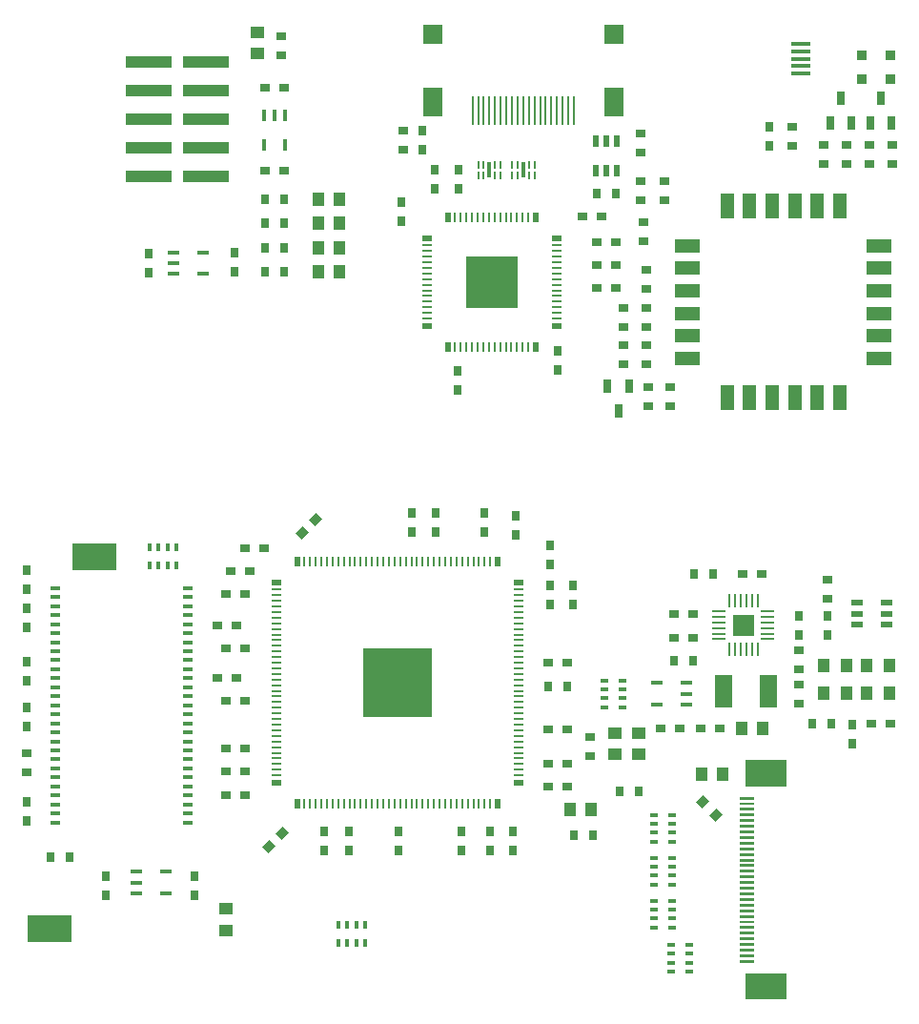
<source format=gbr>
%TF.GenerationSoftware,KiCad,Pcbnew,(6.0.7)*%
%TF.CreationDate,2022-11-06T11:06:38+01:00*%
%TF.ProjectId,n64adv2,6e363461-6476-4322-9e6b-696361645f70,20220729(b)*%
%TF.SameCoordinates,Original*%
%TF.FileFunction,Paste,Top*%
%TF.FilePolarity,Positive*%
%FSLAX46Y46*%
G04 Gerber Fmt 4.6, Leading zero omitted, Abs format (unit mm)*
G04 Created by KiCad (PCBNEW (6.0.7)) date 2022-11-06 11:06:38*
%MOMM*%
%LPD*%
G01*
G04 APERTURE LIST*
G04 Aperture macros list*
%AMRotRect*
0 Rectangle, with rotation*
0 The origin of the aperture is its center*
0 $1 length*
0 $2 width*
0 $3 Rotation angle, in degrees counterclockwise*
0 Add horizontal line*
21,1,$1,$2,0,0,$3*%
G04 Aperture macros list end*
%ADD10R,1.720000X0.320000*%
%ADD11R,0.800000X0.400000*%
%ADD12R,1.080000X1.280000*%
%ADD13R,0.440000X1.090000*%
%ADD14R,0.800000X0.900000*%
%ADD15R,0.900000X0.800000*%
%ADD16R,0.980000X0.480000*%
%ADD17R,0.800000X1.200000*%
%ADD18R,4.150000X1.000000*%
%ADD19R,1.600000X2.900000*%
%ADD20R,0.880000X0.480000*%
%ADD21R,0.940000X0.240000*%
%ADD22R,0.480000X0.880000*%
%ADD23R,0.240000X0.940000*%
%ADD24R,4.692000X4.692000*%
%ADD25R,1.040000X1.240000*%
%ADD26R,0.160000X0.635000*%
%ADD27R,0.320000X1.470000*%
%ADD28RotRect,0.800000X0.900000X135.000000*%
%ADD29R,3.992000X2.492000*%
%ADD30R,0.960000X0.960000*%
%ADD31R,1.090000X0.440000*%
%ADD32R,0.220000X2.540000*%
%ADD33R,1.700000X2.600000*%
%ADD34R,1.700000X1.800000*%
%ADD35R,1.240000X1.040000*%
%ADD36R,1.960000X1.960000*%
%ADD37R,0.200000X1.150000*%
%ADD38R,1.150000X0.200000*%
%ADD39RotRect,0.900000X0.800000X45.000000*%
%ADD40R,6.192000X6.192000*%
%ADD41R,0.400000X0.800000*%
%ADD42R,0.810000X0.360000*%
%ADD43R,1.200000X2.200000*%
%ADD44R,2.200000X1.200000*%
%ADD45R,0.480000X0.980000*%
%ADD46RotRect,0.900000X0.800000X225.000000*%
G04 APERTURE END LIST*
%TO.C,X1*%
G36*
X174705100Y-138398600D02*
G01*
X173455100Y-138398600D01*
X173455100Y-138148600D01*
X174705100Y-138148600D01*
X174705100Y-138398600D01*
G37*
G36*
X174705100Y-143898600D02*
G01*
X173455100Y-143898600D01*
X173455100Y-143648600D01*
X174705100Y-143648600D01*
X174705100Y-143898600D01*
G37*
G36*
X174705100Y-140898600D02*
G01*
X173455100Y-140898600D01*
X173455100Y-140648600D01*
X174705100Y-140648600D01*
X174705100Y-140898600D01*
G37*
G36*
X174705100Y-137398600D02*
G01*
X173455100Y-137398600D01*
X173455100Y-137148600D01*
X174705100Y-137148600D01*
X174705100Y-137398600D01*
G37*
G36*
X174705100Y-143398600D02*
G01*
X173455100Y-143398600D01*
X173455100Y-143148600D01*
X174705100Y-143148600D01*
X174705100Y-143398600D01*
G37*
G36*
X174705100Y-131898600D02*
G01*
X173455100Y-131898600D01*
X173455100Y-131648600D01*
X174705100Y-131648600D01*
X174705100Y-131898600D01*
G37*
G36*
X174705100Y-136898600D02*
G01*
X173455100Y-136898600D01*
X173455100Y-136648600D01*
X174705100Y-136648600D01*
X174705100Y-136898600D01*
G37*
G36*
X174705100Y-130898600D02*
G01*
X173455100Y-130898600D01*
X173455100Y-130648600D01*
X174705100Y-130648600D01*
X174705100Y-130898600D01*
G37*
G36*
X174705100Y-139398600D02*
G01*
X173455100Y-139398600D01*
X173455100Y-139148600D01*
X174705100Y-139148600D01*
X174705100Y-139398600D01*
G37*
G36*
X174705100Y-131398600D02*
G01*
X173455100Y-131398600D01*
X173455100Y-131148600D01*
X174705100Y-131148600D01*
X174705100Y-131398600D01*
G37*
G36*
X174705100Y-134898600D02*
G01*
X173455100Y-134898600D01*
X173455100Y-134648600D01*
X174705100Y-134648600D01*
X174705100Y-134898600D01*
G37*
G36*
X174705100Y-132398600D02*
G01*
X173455100Y-132398600D01*
X173455100Y-132148600D01*
X174705100Y-132148600D01*
X174705100Y-132398600D01*
G37*
G36*
X174705100Y-132898600D02*
G01*
X173455100Y-132898600D01*
X173455100Y-132648600D01*
X174705100Y-132648600D01*
X174705100Y-132898600D01*
G37*
G36*
X174705100Y-140398600D02*
G01*
X173455100Y-140398600D01*
X173455100Y-140148600D01*
X174705100Y-140148600D01*
X174705100Y-140398600D01*
G37*
G36*
X174705100Y-142898600D02*
G01*
X173455100Y-142898600D01*
X173455100Y-142648600D01*
X174705100Y-142648600D01*
X174705100Y-142898600D01*
G37*
G36*
X174705100Y-137898600D02*
G01*
X173455100Y-137898600D01*
X173455100Y-137648600D01*
X174705100Y-137648600D01*
X174705100Y-137898600D01*
G37*
G36*
X174705100Y-133898600D02*
G01*
X173455100Y-133898600D01*
X173455100Y-133648600D01*
X174705100Y-133648600D01*
X174705100Y-133898600D01*
G37*
G36*
X174705100Y-142398600D02*
G01*
X173455100Y-142398600D01*
X173455100Y-142148600D01*
X174705100Y-142148600D01*
X174705100Y-142398600D01*
G37*
G36*
X174705100Y-144898600D02*
G01*
X173455100Y-144898600D01*
X173455100Y-144648600D01*
X174705100Y-144648600D01*
X174705100Y-144898600D01*
G37*
G36*
X174705100Y-144398600D02*
G01*
X173455100Y-144398600D01*
X173455100Y-144148600D01*
X174705100Y-144148600D01*
X174705100Y-144398600D01*
G37*
G36*
X174705100Y-136398600D02*
G01*
X173455100Y-136398600D01*
X173455100Y-136148600D01*
X174705100Y-136148600D01*
X174705100Y-136398600D01*
G37*
G36*
X177635100Y-129730600D02*
G01*
X173985100Y-129730600D01*
X173985100Y-127380600D01*
X177635100Y-127380600D01*
X177635100Y-129730600D01*
G37*
G36*
X174705100Y-139898600D02*
G01*
X173455100Y-139898600D01*
X173455100Y-139648600D01*
X174705100Y-139648600D01*
X174705100Y-139898600D01*
G37*
G36*
X174705100Y-141898600D02*
G01*
X173455100Y-141898600D01*
X173455100Y-141648600D01*
X174705100Y-141648600D01*
X174705100Y-141898600D01*
G37*
G36*
X177635100Y-148666600D02*
G01*
X173985100Y-148666600D01*
X173985100Y-146316600D01*
X177635100Y-146316600D01*
X177635100Y-148666600D01*
G37*
G36*
X174705100Y-141398600D02*
G01*
X173455100Y-141398600D01*
X173455100Y-141148600D01*
X174705100Y-141148600D01*
X174705100Y-141398600D01*
G37*
G36*
X174705100Y-145398600D02*
G01*
X173455100Y-145398600D01*
X173455100Y-145148600D01*
X174705100Y-145148600D01*
X174705100Y-145398600D01*
G37*
G36*
X174705100Y-133398600D02*
G01*
X173455100Y-133398600D01*
X173455100Y-133148600D01*
X174705100Y-133148600D01*
X174705100Y-133398600D01*
G37*
G36*
X174705100Y-135898600D02*
G01*
X173455100Y-135898600D01*
X173455100Y-135648600D01*
X174705100Y-135648600D01*
X174705100Y-135898600D01*
G37*
G36*
X174705100Y-135398600D02*
G01*
X173455100Y-135398600D01*
X173455100Y-135148600D01*
X174705100Y-135148600D01*
X174705100Y-135398600D01*
G37*
G36*
X174705100Y-134398600D02*
G01*
X173455100Y-134398600D01*
X173455100Y-134148600D01*
X174705100Y-134148600D01*
X174705100Y-134398600D01*
G37*
G36*
X174705100Y-138898600D02*
G01*
X173455100Y-138898600D01*
X173455100Y-138648600D01*
X174705100Y-138648600D01*
X174705100Y-138898600D01*
G37*
%TD*%
D10*
%TO.C,X5*%
X178878100Y-63825600D03*
X178878100Y-64475600D03*
X178878100Y-65125600D03*
X178878100Y-65775600D03*
X178878100Y-66425600D03*
%TD*%
D11*
%TO.C,RN11*%
X165862100Y-132251600D03*
X165862100Y-133051600D03*
X165862100Y-133851600D03*
X165862100Y-134651600D03*
X167462100Y-134651600D03*
X167462100Y-133851600D03*
X167462100Y-133051600D03*
X167462100Y-132251600D03*
%TD*%
D12*
%TO.C,U6*%
X182902100Y-121493600D03*
X182902100Y-118993600D03*
X180902100Y-118993600D03*
X180902100Y-121493600D03*
%TD*%
D13*
%TO.C,U13*%
X133068100Y-70175500D03*
X132118100Y-70175500D03*
X131168100Y-70175500D03*
X131168100Y-72775700D03*
X133068100Y-72775700D03*
%TD*%
D14*
%TO.C,C4*%
X176060100Y-72833600D03*
X176060100Y-71133600D03*
%TD*%
D15*
%TO.C,R11*%
X164884100Y-81342600D03*
X164884100Y-79642600D03*
%TD*%
%TO.C,C93*%
X169290100Y-114401600D03*
X167590100Y-114401600D03*
%TD*%
%TO.C,R18*%
X186982100Y-72784600D03*
X186982100Y-74484600D03*
%TD*%
D14*
%TO.C,C1.13*%
X158661100Y-113600600D03*
X158661100Y-111900600D03*
%TD*%
%TO.C,FB12*%
X164464100Y-130149600D03*
X162764100Y-130149600D03*
%TD*%
D15*
%TO.C,C1.18*%
X129539100Y-122148600D03*
X127839100Y-122148600D03*
%TD*%
%TO.C,C131*%
X132968100Y-67665600D03*
X131268100Y-67665600D03*
%TD*%
%TO.C,R5*%
X165328600Y-95947600D03*
X165328600Y-94247600D03*
%TD*%
D14*
%TO.C,C31*%
X110147100Y-112203600D03*
X110147100Y-110503600D03*
%TD*%
%TO.C,C1.32*%
X156629100Y-110044600D03*
X156629100Y-108344600D03*
%TD*%
%TO.C,C35*%
X110147100Y-132777600D03*
X110147100Y-131077600D03*
%TD*%
D15*
%TO.C,C1.37*%
X129539100Y-130530600D03*
X127839100Y-130530600D03*
%TD*%
D11*
%TO.C,RN16*%
X161417100Y-120313600D03*
X161417100Y-121113600D03*
X161417100Y-121913600D03*
X161417100Y-122713600D03*
X163017100Y-122713600D03*
X163017100Y-121913600D03*
X163017100Y-121113600D03*
X163017100Y-120313600D03*
%TD*%
D15*
%TO.C,R7*%
X163106100Y-88962600D03*
X163106100Y-87262600D03*
%TD*%
%TO.C,R31*%
X110147100Y-126759600D03*
X110147100Y-128459600D03*
%TD*%
%TO.C,FB71*%
X181267100Y-111392600D03*
X181267100Y-113092600D03*
%TD*%
D14*
%TO.C,C1.52*%
X156629100Y-111900600D03*
X156629100Y-113600600D03*
%TD*%
%TO.C,C111*%
X117132100Y-137681600D03*
X117132100Y-139381600D03*
%TD*%
%TO.C,FB23*%
X131268100Y-84048600D03*
X132968100Y-84048600D03*
%TD*%
D16*
%TO.C,U7*%
X186504100Y-115351600D03*
X186504100Y-114401600D03*
X186504100Y-113451600D03*
X183904100Y-113451600D03*
X183904100Y-114401600D03*
X183904100Y-115351600D03*
%TD*%
D15*
%TO.C,C1.11*%
X156414100Y-124688600D03*
X158114100Y-124688600D03*
%TD*%
D17*
%TO.C,Q3*%
X163611600Y-94188100D03*
X161711600Y-94188100D03*
X162661600Y-96388100D03*
%TD*%
D14*
%TO.C,FB3*%
X179909100Y-124180600D03*
X181609100Y-124180600D03*
%TD*%
D18*
%TO.C,X2*%
X126022100Y-75539600D03*
X120942100Y-75539600D03*
X126022100Y-72999600D03*
X120942100Y-72999600D03*
X126022100Y-70459600D03*
X120942100Y-70459600D03*
X126022100Y-67919600D03*
X120942100Y-67919600D03*
X126022100Y-65379600D03*
X120942100Y-65379600D03*
%TD*%
D15*
%TO.C,R6*%
X163106100Y-90564600D03*
X163106100Y-92264600D03*
%TD*%
D19*
%TO.C,Y41*%
X176028100Y-121259600D03*
X172028100Y-121259600D03*
%TD*%
D14*
%TO.C,C3*%
X145250000Y-73200000D03*
X145250000Y-71500000D03*
%TD*%
D20*
%TO.C,U2*%
X157172100Y-88837600D03*
D21*
X157172100Y-88187600D03*
X157172100Y-87687600D03*
X157172100Y-87187600D03*
X157172100Y-86687600D03*
X157172100Y-86187600D03*
X157172100Y-85687600D03*
X157172100Y-85187600D03*
X157172100Y-84687600D03*
X157172100Y-84187600D03*
X157172100Y-83687600D03*
X157172100Y-83187600D03*
X157172100Y-82687600D03*
X157172100Y-82187600D03*
X157172100Y-81687600D03*
D20*
X157172100Y-81037600D03*
D22*
X155322100Y-79187600D03*
D23*
X154672100Y-79187600D03*
X154172100Y-79187600D03*
X153672100Y-79187600D03*
X153172100Y-79187600D03*
X152672100Y-79187600D03*
X152172100Y-79187600D03*
X151672100Y-79187600D03*
X151172100Y-79187600D03*
X150672100Y-79187600D03*
X150172100Y-79187600D03*
X149672100Y-79187600D03*
X149172100Y-79187600D03*
X148672100Y-79187600D03*
X148172100Y-79187600D03*
D22*
X147522100Y-79187600D03*
D20*
X145672100Y-81037600D03*
D21*
X145672100Y-81687600D03*
X145672100Y-82187600D03*
X145672100Y-82687600D03*
X145672100Y-83187600D03*
X145672100Y-83687600D03*
X145672100Y-84187600D03*
X145672100Y-84687600D03*
X145672100Y-85187600D03*
X145672100Y-85687600D03*
X145672100Y-86187600D03*
X145672100Y-86687600D03*
X145672100Y-87187600D03*
X145672100Y-87687600D03*
X145672100Y-88187600D03*
D20*
X145672100Y-88837600D03*
D22*
X147522100Y-90687600D03*
D23*
X148172100Y-90687600D03*
X148672100Y-90687600D03*
X149172100Y-90687600D03*
X149672100Y-90687600D03*
X150172100Y-90687600D03*
X150672100Y-90687600D03*
X151172100Y-90687600D03*
X151672100Y-90687600D03*
X152172100Y-90687600D03*
X152672100Y-90687600D03*
X153172100Y-90687600D03*
X153672100Y-90687600D03*
X154172100Y-90687600D03*
X154672100Y-90687600D03*
D22*
X155322100Y-90687600D03*
D24*
X151422100Y-84937600D03*
%TD*%
D14*
%TO.C,C211*%
X157264100Y-91072600D03*
X157264100Y-92772600D03*
%TD*%
D15*
%TO.C,C221*%
X160732100Y-81381600D03*
X162432100Y-81381600D03*
%TD*%
D14*
%TO.C,C1.21*%
X143167100Y-133744600D03*
X143167100Y-135444600D03*
%TD*%
%TO.C,C1.40*%
X153327100Y-133744600D03*
X153327100Y-135444600D03*
%TD*%
%TO.C,R23*%
X162432100Y-77063600D03*
X160732100Y-77063600D03*
%TD*%
D15*
%TO.C,R42*%
X178727100Y-122363600D03*
X178727100Y-120663600D03*
%TD*%
D14*
%TO.C,C92*%
X178727100Y-116267600D03*
X178727100Y-114567600D03*
%TD*%
D15*
%TO.C,FB4*%
X160185100Y-127062600D03*
X160185100Y-125362600D03*
%TD*%
D25*
%TO.C,C22*%
X135994100Y-81889600D03*
X137894100Y-81889600D03*
%TD*%
D26*
%TO.C,D22*%
X155220100Y-74562100D03*
X154720100Y-74562100D03*
D27*
X154220100Y-74999600D03*
D26*
X153720100Y-74562100D03*
X153220100Y-74562100D03*
X153220100Y-75437100D03*
X153720100Y-75437100D03*
X154720100Y-75437100D03*
X155220100Y-75437100D03*
%TD*%
D14*
%TO.C,C71*%
X181267100Y-114567600D03*
X181267100Y-116267600D03*
%TD*%
%TO.C,FB92*%
X169368100Y-110845600D03*
X171068100Y-110845600D03*
%TD*%
%TO.C,FB13*%
X160400100Y-134086600D03*
X158700100Y-134086600D03*
%TD*%
D25*
%TO.C,C11*%
X173586100Y-124561600D03*
X175486100Y-124561600D03*
%TD*%
D15*
%TO.C,R15*%
X182918100Y-72784600D03*
X182918100Y-74484600D03*
%TD*%
D14*
%TO.C,FB31*%
X113918100Y-135991600D03*
X112218100Y-135991600D03*
%TD*%
D15*
%TO.C,R22*%
X164650000Y-73450000D03*
X164650000Y-71750000D03*
%TD*%
D28*
%TO.C,FB1*%
X171327141Y-132274641D03*
X170125059Y-131072559D03*
%TD*%
D29*
%TO.C,SF_GND_2*%
X112179100Y-142341600D03*
%TD*%
D30*
%TO.C,D2*%
X186855100Y-64837600D03*
X186855100Y-66937600D03*
%TD*%
D15*
%TO.C,C1.54*%
X129539100Y-128371600D03*
X127839100Y-128371600D03*
%TD*%
%TO.C,R3*%
X143600000Y-73200000D03*
X143600000Y-71500000D03*
%TD*%
D14*
%TO.C,FB24*%
X131268100Y-77571600D03*
X132968100Y-77571600D03*
%TD*%
%TO.C,C121*%
X120942100Y-82436600D03*
X120942100Y-84136600D03*
%TD*%
D31*
%TO.C,U11*%
X119896000Y-137327600D03*
X119896000Y-138277600D03*
X119896000Y-139227600D03*
X122496200Y-139227600D03*
X122496200Y-137327600D03*
%TD*%
D17*
%TO.C,Q1*%
X181460100Y-70797600D03*
X183360100Y-70797600D03*
X182410100Y-68597600D03*
%TD*%
D32*
%TO.C,X3*%
X149720100Y-69688600D03*
X150220100Y-69688600D03*
X150720100Y-69688600D03*
X151220100Y-69688600D03*
X151720100Y-69688600D03*
X152220100Y-69688600D03*
X152720100Y-69688600D03*
X153220100Y-69688600D03*
X153720100Y-69688600D03*
X154220100Y-69688600D03*
X154720100Y-69688600D03*
X155220100Y-69688600D03*
X155720100Y-69688600D03*
X156220100Y-69688600D03*
X156720100Y-69688600D03*
X157220100Y-69688600D03*
X157720100Y-69688600D03*
X158220100Y-69688600D03*
X158720100Y-69688600D03*
D33*
X162270100Y-68928600D03*
X146170100Y-68928600D03*
D34*
X162270100Y-62968600D03*
X146170100Y-62968600D03*
%TD*%
D15*
%TO.C,R16*%
X180886100Y-72784600D03*
X180886100Y-74484600D03*
%TD*%
D14*
%TO.C,C61*%
X183426100Y-124219600D03*
X183426100Y-125919600D03*
%TD*%
%TO.C,FB91*%
X167590100Y-118592600D03*
X169290100Y-118592600D03*
%TD*%
D30*
%TO.C,D1*%
X184315100Y-64837600D03*
X184315100Y-66937600D03*
%TD*%
D14*
%TO.C,C223*%
X143421100Y-79564600D03*
X143421100Y-77864600D03*
%TD*%
D15*
%TO.C,C212*%
X160732100Y-85445600D03*
X162432100Y-85445600D03*
%TD*%
D35*
%TO.C,C15*%
X127800100Y-140629600D03*
X127800100Y-142529600D03*
%TD*%
D15*
%TO.C,C1.19*%
X129539100Y-126339600D03*
X127839100Y-126339600D03*
%TD*%
D14*
%TO.C,C122*%
X128562100Y-82309600D03*
X128562100Y-84009600D03*
%TD*%
%TO.C,C213*%
X146342100Y-76643600D03*
X146342100Y-74943600D03*
%TD*%
%TO.C,C1.39*%
X136563100Y-133744600D03*
X136563100Y-135444600D03*
%TD*%
D15*
%TO.C,C132*%
X132968100Y-75031600D03*
X131268100Y-75031600D03*
%TD*%
D25*
%TO.C,C24*%
X135994100Y-77571600D03*
X137894100Y-77571600D03*
%TD*%
%TO.C,C13*%
X158346100Y-131800600D03*
X160246100Y-131800600D03*
%TD*%
D15*
%TO.C,R17*%
X184950100Y-72784600D03*
X184950100Y-74484600D03*
%TD*%
%TO.C,C1.12*%
X156414100Y-118719600D03*
X158114100Y-118719600D03*
%TD*%
%TO.C,C1.31*%
X156414100Y-129768600D03*
X158114100Y-129768600D03*
%TD*%
D14*
%TO.C,C1.22*%
X148755100Y-133744600D03*
X148755100Y-135444600D03*
%TD*%
%TO.C,C34*%
X110147100Y-122695600D03*
X110147100Y-124395600D03*
%TD*%
%TO.C,FB22*%
X131268100Y-81889600D03*
X132968100Y-81889600D03*
%TD*%
D29*
%TO.C,SF_GND_1*%
X116116100Y-109321600D03*
%TD*%
D15*
%TO.C,C1.36*%
X129539100Y-112623600D03*
X127839100Y-112623600D03*
%TD*%
%TO.C,C1.17*%
X129539100Y-117500400D03*
X127839100Y-117500400D03*
%TD*%
D35*
%TO.C,C2*%
X130594100Y-64678600D03*
X130594100Y-62778600D03*
%TD*%
D15*
%TO.C,FB2*%
X132753100Y-63132600D03*
X132753100Y-64832600D03*
%TD*%
%TO.C,R13*%
X165138100Y-87262600D03*
X165138100Y-88962600D03*
%TD*%
D36*
%TO.C,U4*%
X173774100Y-115417600D03*
D37*
X172524100Y-117567600D03*
X173024100Y-117567600D03*
X173524100Y-117567600D03*
X174024100Y-117567600D03*
X174524100Y-117567600D03*
X175024100Y-117567600D03*
D38*
X175924100Y-116667600D03*
X175924100Y-116167600D03*
X175924100Y-115667600D03*
X175924100Y-115167600D03*
X175924100Y-114667600D03*
X175924100Y-114167600D03*
D37*
X175024100Y-113267600D03*
X174524100Y-113267600D03*
X174024100Y-113267600D03*
X173524100Y-113267600D03*
X173024100Y-113267600D03*
X172524100Y-113267600D03*
D38*
X171624100Y-114167600D03*
X171624100Y-114667600D03*
X171624100Y-115167600D03*
X171624100Y-115667600D03*
X171624100Y-116167600D03*
X171624100Y-116667600D03*
%TD*%
D15*
%TO.C,R21*%
X165138100Y-85533600D03*
X165138100Y-83833600D03*
%TD*%
%TO.C,C94*%
X173686100Y-110845600D03*
X175386100Y-110845600D03*
%TD*%
D12*
%TO.C,U5*%
X186712100Y-121493600D03*
X186712100Y-118993600D03*
X184712100Y-118993600D03*
X184712100Y-121493600D03*
%TD*%
D17*
%TO.C,Q2*%
X185016100Y-70797600D03*
X186916100Y-70797600D03*
X185966100Y-68597600D03*
%TD*%
D25*
%TO.C,C21*%
X135994100Y-79730600D03*
X137894100Y-79730600D03*
%TD*%
D15*
%TO.C,R41*%
X178727100Y-117615600D03*
X178727100Y-119315600D03*
%TD*%
D14*
%TO.C,C214*%
X148374100Y-92850600D03*
X148374100Y-94550600D03*
%TD*%
%TO.C,R14*%
X158114100Y-120878600D03*
X156414100Y-120878600D03*
%TD*%
%TO.C,C1.34*%
X144310100Y-107123600D03*
X144310100Y-105423600D03*
%TD*%
D39*
%TO.C,C1.53*%
X134565059Y-107255641D03*
X135767141Y-106053559D03*
%TD*%
D15*
%TO.C,C91*%
X169290100Y-116560600D03*
X167590100Y-116560600D03*
%TD*%
%TO.C,R12*%
X165138100Y-92264600D03*
X165138100Y-90564600D03*
%TD*%
%TO.C,C222*%
X159462100Y-79095600D03*
X161162100Y-79095600D03*
%TD*%
D14*
%TO.C,C112*%
X125006100Y-137681600D03*
X125006100Y-139381600D03*
%TD*%
D15*
%TO.C,C1.16*%
X129920100Y-110591600D03*
X128220100Y-110591600D03*
%TD*%
D20*
%TO.C,U1*%
X153790100Y-129397600D03*
D21*
X153790100Y-128747600D03*
X153790100Y-128247600D03*
X153790100Y-127747600D03*
X153790100Y-127247600D03*
X153790100Y-126747600D03*
X153790100Y-126247600D03*
X153790100Y-125747600D03*
X153790100Y-125247600D03*
X153790100Y-124747600D03*
X153790100Y-124247600D03*
X153790100Y-123747600D03*
X153790100Y-123247600D03*
X153790100Y-122747600D03*
X153790100Y-122247600D03*
X153790100Y-121747600D03*
X153790100Y-121247600D03*
X153790100Y-120747600D03*
X153790100Y-120247600D03*
X153790100Y-119747600D03*
X153790100Y-119247600D03*
X153790100Y-118747600D03*
X153790100Y-118247600D03*
X153790100Y-117747600D03*
X153790100Y-117247600D03*
X153790100Y-116747600D03*
X153790100Y-116247600D03*
X153790100Y-115747600D03*
X153790100Y-115247600D03*
X153790100Y-114747600D03*
X153790100Y-114247600D03*
X153790100Y-113747600D03*
X153790100Y-113247600D03*
X153790100Y-112747600D03*
X153790100Y-112247600D03*
D20*
X153790100Y-111597600D03*
D22*
X151940100Y-109747600D03*
D23*
X151290100Y-109747600D03*
X150790100Y-109747600D03*
X150290100Y-109747600D03*
X149790100Y-109747600D03*
X149290100Y-109747600D03*
X148790100Y-109747600D03*
X148290100Y-109747600D03*
X147790100Y-109747600D03*
X147290100Y-109747600D03*
X146790100Y-109747600D03*
X146290100Y-109747600D03*
X145790100Y-109747600D03*
X145290100Y-109747600D03*
X144790100Y-109747600D03*
X144290100Y-109747600D03*
X143790100Y-109747600D03*
X143290100Y-109747600D03*
X142790100Y-109747600D03*
X142290100Y-109747600D03*
X141790100Y-109747600D03*
X141290100Y-109747600D03*
X140790100Y-109747600D03*
X140290100Y-109747600D03*
X139790100Y-109747600D03*
X139290100Y-109747600D03*
X138790100Y-109747600D03*
X138290100Y-109747600D03*
X137790100Y-109747600D03*
X137290100Y-109747600D03*
X136790100Y-109747600D03*
X136290100Y-109747600D03*
X135790100Y-109747600D03*
X135290100Y-109747600D03*
X134790100Y-109747600D03*
D22*
X134140100Y-109747600D03*
D20*
X132290100Y-111597600D03*
D21*
X132290100Y-112247600D03*
X132290100Y-112747600D03*
X132290100Y-113247600D03*
X132290100Y-113747600D03*
X132290100Y-114247600D03*
X132290100Y-114747600D03*
X132290100Y-115247600D03*
X132290100Y-115747600D03*
X132290100Y-116247600D03*
X132290100Y-116747600D03*
X132290100Y-117247600D03*
X132290100Y-117747600D03*
X132290100Y-118247600D03*
X132290100Y-118747600D03*
X132290100Y-119247600D03*
X132290100Y-119747600D03*
X132290100Y-120247600D03*
X132290100Y-120747600D03*
X132290100Y-121247600D03*
X132290100Y-121747600D03*
X132290100Y-122247600D03*
X132290100Y-122747600D03*
X132290100Y-123247600D03*
X132290100Y-123747600D03*
X132290100Y-124247600D03*
X132290100Y-124747600D03*
X132290100Y-125247600D03*
X132290100Y-125747600D03*
X132290100Y-126247600D03*
X132290100Y-126747600D03*
X132290100Y-127247600D03*
X132290100Y-127747600D03*
X132290100Y-128247600D03*
X132290100Y-128747600D03*
D20*
X132290100Y-129397600D03*
D22*
X134140100Y-131247600D03*
D23*
X134790100Y-131247600D03*
X135290100Y-131247600D03*
X135790100Y-131247600D03*
X136290100Y-131247600D03*
X136790100Y-131247600D03*
X137290100Y-131247600D03*
X137790100Y-131247600D03*
X138290100Y-131247600D03*
X138790100Y-131247600D03*
X139290100Y-131247600D03*
X139790100Y-131247600D03*
X140290100Y-131247600D03*
X140790100Y-131247600D03*
X141290100Y-131247600D03*
X141790100Y-131247600D03*
X142290100Y-131247600D03*
X142790100Y-131247600D03*
X143290100Y-131247600D03*
X143790100Y-131247600D03*
X144290100Y-131247600D03*
X144790100Y-131247600D03*
X145290100Y-131247600D03*
X145790100Y-131247600D03*
X146290100Y-131247600D03*
X146790100Y-131247600D03*
X147290100Y-131247600D03*
X147790100Y-131247600D03*
X148290100Y-131247600D03*
X148790100Y-131247600D03*
X149290100Y-131247600D03*
X149790100Y-131247600D03*
X150290100Y-131247600D03*
X150790100Y-131247600D03*
X151290100Y-131247600D03*
D22*
X151940100Y-131247600D03*
D40*
X143040100Y-120497600D03*
%TD*%
D41*
%TO.C,RN31*%
X121012100Y-110121600D03*
X121812100Y-110121600D03*
X122612100Y-110121600D03*
X123412100Y-110121600D03*
X123412100Y-108521600D03*
X122612100Y-108521600D03*
X121812100Y-108521600D03*
X121012100Y-108521600D03*
%TD*%
D15*
%TO.C,R24*%
X164650000Y-75959600D03*
X164650000Y-77659600D03*
%TD*%
D31*
%TO.C,U12*%
X123198000Y-82336600D03*
X123198000Y-83286600D03*
X123198000Y-84236600D03*
X125798200Y-84236600D03*
X125798200Y-82336600D03*
%TD*%
%TO.C,U10*%
X168724200Y-122463600D03*
X168724200Y-121513600D03*
X168724200Y-120563600D03*
X166124000Y-120563600D03*
X166124000Y-122463600D03*
%TD*%
D42*
%TO.C,U3*%
X112649100Y-112129600D03*
X112649100Y-112929600D03*
X112649100Y-113729600D03*
X112649100Y-114529600D03*
X112649100Y-115329600D03*
X112649100Y-116129600D03*
X112649100Y-116929600D03*
X112649100Y-117729600D03*
X112649100Y-118529600D03*
X112649100Y-119329600D03*
X112649100Y-120129600D03*
X112649100Y-120929600D03*
X112649100Y-121729600D03*
X112649100Y-122529600D03*
X112649100Y-123329600D03*
X112649100Y-124129600D03*
X112649100Y-124929600D03*
X112649100Y-125729600D03*
X112649100Y-126529600D03*
X112649100Y-127329600D03*
X112649100Y-128129600D03*
X112649100Y-128929600D03*
X112649100Y-129729600D03*
X112649100Y-130529600D03*
X112649100Y-131329600D03*
X112649100Y-132129600D03*
X112649100Y-132929600D03*
X124409100Y-132929600D03*
X124409100Y-132129600D03*
X124409100Y-131329600D03*
X124409100Y-130529600D03*
X124409100Y-129729600D03*
X124409100Y-128929600D03*
X124409100Y-128129600D03*
X124409100Y-127329600D03*
X124409100Y-126529600D03*
X124409100Y-125729600D03*
X124409100Y-124929600D03*
X124409100Y-124129600D03*
X124409100Y-123329600D03*
X124409100Y-122529600D03*
X124409100Y-121729600D03*
X124409100Y-120929600D03*
X124409100Y-120129600D03*
X124409100Y-119329600D03*
X124409100Y-118529600D03*
X124409100Y-117729600D03*
X124409100Y-116929600D03*
X124409100Y-116129600D03*
X124409100Y-115329600D03*
X124409100Y-114529600D03*
X124409100Y-113729600D03*
X124409100Y-112929600D03*
X124409100Y-112129600D03*
%TD*%
D15*
%TO.C,R4*%
X178092100Y-72833600D03*
X178092100Y-71133600D03*
%TD*%
D43*
%TO.C,X4*%
X172330100Y-95215600D03*
X174330100Y-95215600D03*
X176330100Y-95215600D03*
X178330100Y-95215600D03*
X180330100Y-95215600D03*
X182330100Y-95215600D03*
D44*
X185830100Y-91715600D03*
X185830100Y-89715600D03*
X185830100Y-87715600D03*
X185830100Y-85715600D03*
X185830100Y-83715600D03*
X185830100Y-81715600D03*
D43*
X182330100Y-78215600D03*
X180330100Y-78215600D03*
X178330100Y-78215600D03*
X176330100Y-78215600D03*
X174330100Y-78215600D03*
X172330100Y-78215600D03*
D44*
X168830100Y-81715600D03*
X168830100Y-83715600D03*
X168830100Y-85715600D03*
X168830100Y-87715600D03*
X168830100Y-89715600D03*
X168830100Y-91715600D03*
%TD*%
D14*
%TO.C,C1.20*%
X138722100Y-133744600D03*
X138722100Y-135444600D03*
%TD*%
%TO.C,FB21*%
X131268100Y-79730600D03*
X132968100Y-79730600D03*
%TD*%
D35*
%TO.C,C12*%
X162344100Y-126908600D03*
X162344100Y-125008600D03*
%TD*%
D25*
%TO.C,C1*%
X170030100Y-128625600D03*
X171930100Y-128625600D03*
%TD*%
D14*
%TO.C,C1.14*%
X150787100Y-107123600D03*
X150787100Y-105423600D03*
%TD*%
D15*
%TO.C,C36*%
X127077100Y-120116600D03*
X128777100Y-120116600D03*
%TD*%
D25*
%TO.C,C23*%
X135994100Y-84048600D03*
X137894100Y-84048600D03*
%TD*%
D45*
%TO.C,D23*%
X162532100Y-72461600D03*
X161582100Y-72461600D03*
X160632100Y-72461600D03*
X160632100Y-75061600D03*
X161582100Y-75061600D03*
X162532100Y-75061600D03*
%TD*%
D15*
%TO.C,C231*%
X160732100Y-83413600D03*
X162432100Y-83413600D03*
%TD*%
%TO.C,C1.35*%
X131190100Y-108559600D03*
X129490100Y-108559600D03*
%TD*%
D11*
%TO.C,RN12*%
X165862100Y-136061600D03*
X165862100Y-136861600D03*
X165862100Y-137661600D03*
X165862100Y-138461600D03*
X167462100Y-138461600D03*
X167462100Y-137661600D03*
X167462100Y-136861600D03*
X167462100Y-136061600D03*
%TD*%
D41*
%TO.C,RN15*%
X140176100Y-142049600D03*
X139376100Y-142049600D03*
X138576100Y-142049600D03*
X137776100Y-142049600D03*
X137776100Y-143649600D03*
X138576100Y-143649600D03*
X139376100Y-143649600D03*
X140176100Y-143649600D03*
%TD*%
D46*
%TO.C,C1.38*%
X132846141Y-133866559D03*
X131644059Y-135068641D03*
%TD*%
D14*
%TO.C,C1.33*%
X153581100Y-107377600D03*
X153581100Y-105677600D03*
%TD*%
D26*
%TO.C,D21*%
X150220100Y-75437100D03*
X150720100Y-75437100D03*
D27*
X151220100Y-74999600D03*
D26*
X151720100Y-75437100D03*
X152220100Y-75437100D03*
X152220100Y-74562100D03*
X151720100Y-74562100D03*
X150720100Y-74562100D03*
X150220100Y-74562100D03*
%TD*%
D35*
%TO.C,C14*%
X164503100Y-125008600D03*
X164503100Y-126908600D03*
%TD*%
D14*
%TO.C,C33*%
X110147100Y-118631600D03*
X110147100Y-120331600D03*
%TD*%
D15*
%TO.C,C101*%
X170003100Y-124561600D03*
X171703100Y-124561600D03*
%TD*%
%TO.C,R8*%
X167297100Y-94247600D03*
X167297100Y-95947600D03*
%TD*%
%TO.C,C102*%
X166447100Y-124561600D03*
X168147100Y-124561600D03*
%TD*%
%TO.C,F1*%
X166789100Y-77659600D03*
X166789100Y-75959600D03*
%TD*%
D14*
%TO.C,C1.15*%
X146469100Y-107123600D03*
X146469100Y-105423600D03*
%TD*%
D15*
%TO.C,C1.51*%
X156414100Y-127736600D03*
X158114100Y-127736600D03*
%TD*%
%TO.C,C51*%
X185116100Y-124180600D03*
X186816100Y-124180600D03*
%TD*%
%TO.C,C37*%
X127077100Y-115417600D03*
X128777100Y-115417600D03*
%TD*%
D14*
%TO.C,C241*%
X148501100Y-76643600D03*
X148501100Y-74943600D03*
%TD*%
%TO.C,C32*%
X110147100Y-113932600D03*
X110147100Y-115632600D03*
%TD*%
D11*
%TO.C,RN14*%
X167386100Y-143802400D03*
X167386100Y-144602400D03*
X167386100Y-145402400D03*
X167386100Y-146202400D03*
X168986100Y-146202400D03*
X168986100Y-145402400D03*
X168986100Y-144602400D03*
X168986100Y-143802400D03*
%TD*%
%TO.C,RN13*%
X165862100Y-139871600D03*
X165862100Y-140671600D03*
X165862100Y-141471600D03*
X165862100Y-142271600D03*
X167462100Y-142271600D03*
X167462100Y-141471600D03*
X167462100Y-140671600D03*
X167462100Y-139871600D03*
%TD*%
D14*
%TO.C,C1.55*%
X151295100Y-133744600D03*
X151295100Y-135444600D03*
%TD*%
M02*

</source>
